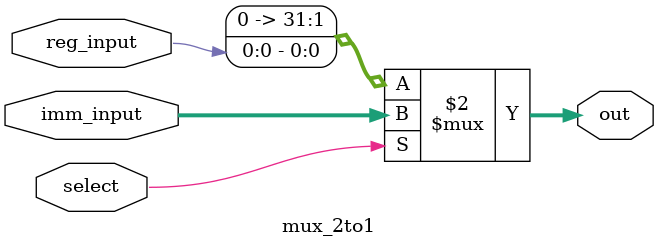
<source format=v>
module mux_2to1(
	input wire [31:0] imm_input,
	input wire reg_input,
	input select,
	output wire [31:0] out
);
	assign out = select ? imm_input : reg_input;
endmodule	

</source>
